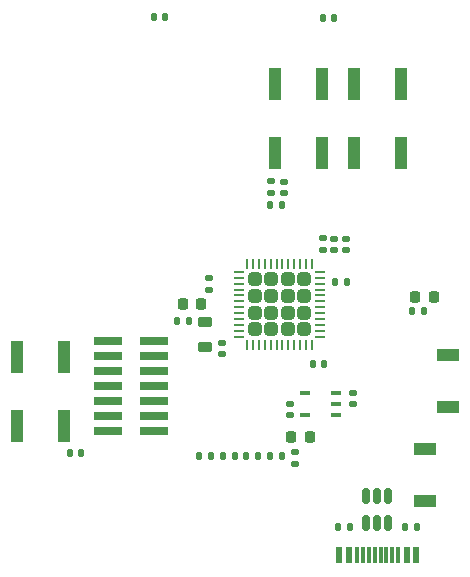
<source format=gbr>
%TF.GenerationSoftware,KiCad,Pcbnew,9.0.0-9.0.0-2~ubuntu22.04.1*%
%TF.CreationDate,2025-03-23T14:57:04+01:00*%
%TF.ProjectId,PCB_Module_Payement,5043425f-4d6f-4647-956c-655f50617965,rev?*%
%TF.SameCoordinates,Original*%
%TF.FileFunction,Paste,Top*%
%TF.FilePolarity,Positive*%
%FSLAX46Y46*%
G04 Gerber Fmt 4.6, Leading zero omitted, Abs format (unit mm)*
G04 Created by KiCad (PCBNEW 9.0.0-9.0.0-2~ubuntu22.04.1) date 2025-03-23 14:57:04*
%MOMM*%
%LPD*%
G01*
G04 APERTURE LIST*
G04 Aperture macros list*
%AMRoundRect*
0 Rectangle with rounded corners*
0 $1 Rounding radius*
0 $2 $3 $4 $5 $6 $7 $8 $9 X,Y pos of 4 corners*
0 Add a 4 corners polygon primitive as box body*
4,1,4,$2,$3,$4,$5,$6,$7,$8,$9,$2,$3,0*
0 Add four circle primitives for the rounded corners*
1,1,$1+$1,$2,$3*
1,1,$1+$1,$4,$5*
1,1,$1+$1,$6,$7*
1,1,$1+$1,$8,$9*
0 Add four rect primitives between the rounded corners*
20,1,$1+$1,$2,$3,$4,$5,0*
20,1,$1+$1,$4,$5,$6,$7,0*
20,1,$1+$1,$6,$7,$8,$9,0*
20,1,$1+$1,$8,$9,$2,$3,0*%
G04 Aperture macros list end*
%ADD10R,1.000000X2.800000*%
%ADD11RoundRect,0.135000X0.135000X0.185000X-0.135000X0.185000X-0.135000X-0.185000X0.135000X-0.185000X0*%
%ADD12RoundRect,0.140000X-0.170000X0.140000X-0.170000X-0.140000X0.170000X-0.140000X0.170000X0.140000X0*%
%ADD13RoundRect,0.218750X0.218750X0.256250X-0.218750X0.256250X-0.218750X-0.256250X0.218750X-0.256250X0*%
%ADD14RoundRect,0.140000X0.170000X-0.140000X0.170000X0.140000X-0.170000X0.140000X-0.170000X-0.140000X0*%
%ADD15RoundRect,0.140000X-0.140000X-0.170000X0.140000X-0.170000X0.140000X0.170000X-0.140000X0.170000X0*%
%ADD16R,0.600000X1.450000*%
%ADD17R,0.300000X1.450000*%
%ADD18R,2.400000X0.740000*%
%ADD19RoundRect,0.135000X-0.135000X-0.185000X0.135000X-0.185000X0.135000X0.185000X-0.135000X0.185000X0*%
%ADD20RoundRect,0.135000X0.185000X-0.135000X0.185000X0.135000X-0.185000X0.135000X-0.185000X-0.135000X0*%
%ADD21RoundRect,0.140000X0.140000X0.170000X-0.140000X0.170000X-0.140000X-0.170000X0.140000X-0.170000X0*%
%ADD22RoundRect,0.135000X-0.185000X0.135000X-0.185000X-0.135000X0.185000X-0.135000X0.185000X0.135000X0*%
%ADD23RoundRect,0.150000X-0.150000X0.512500X-0.150000X-0.512500X0.150000X-0.512500X0.150000X0.512500X0*%
%ADD24RoundRect,0.218750X0.381250X-0.218750X0.381250X0.218750X-0.381250X0.218750X-0.381250X-0.218750X0*%
%ADD25R,1.905000X1.139800*%
%ADD26RoundRect,0.250000X-0.315000X0.315000X-0.315000X-0.315000X0.315000X-0.315000X0.315000X0.315000X0*%
%ADD27RoundRect,0.062500X-0.062500X0.375000X-0.062500X-0.375000X0.062500X-0.375000X0.062500X0.375000X0*%
%ADD28RoundRect,0.062500X-0.375000X0.062500X-0.375000X-0.062500X0.375000X-0.062500X0.375000X0.062500X0*%
%ADD29RoundRect,0.225000X0.225000X0.250000X-0.225000X0.250000X-0.225000X-0.250000X0.225000X-0.250000X0*%
%ADD30R,0.914400X0.431800*%
G04 APERTURE END LIST*
D10*
%TO.C,SW3*%
X137800000Y-114450000D03*
X137800000Y-108650000D03*
X141800000Y-114450000D03*
X141800000Y-108650000D03*
%TD*%
D11*
%TO.C,R17*%
X158210000Y-117000000D03*
X157190000Y-117000000D03*
%TD*%
D10*
%TO.C,SW1*%
X163600000Y-85500000D03*
X163600000Y-91300000D03*
X159600000Y-85500000D03*
X159600000Y-91300000D03*
%TD*%
D12*
%TO.C,C11*%
X155150000Y-107400000D03*
X155150000Y-108360000D03*
%TD*%
D13*
%TO.C,D5*%
X162600000Y-115400000D03*
X161025000Y-115400000D03*
%TD*%
%TO.C,D2*%
X173075000Y-103500000D03*
X171500000Y-103500000D03*
%TD*%
D14*
%TO.C,C12*%
X163700000Y-99530000D03*
X163700000Y-98570000D03*
%TD*%
D12*
%TO.C,C5*%
X160900000Y-112590000D03*
X160900000Y-113550000D03*
%TD*%
D15*
%TO.C,C17*%
X149400000Y-79825000D03*
X150360000Y-79825000D03*
%TD*%
D16*
%TO.C,J8*%
X165070000Y-125350000D03*
X165870000Y-125350000D03*
D17*
X167070000Y-125350000D03*
X168070000Y-125350000D03*
X168570000Y-125350000D03*
X169570000Y-125350000D03*
D16*
X170770000Y-125350000D03*
X171570000Y-125350000D03*
X171570000Y-125350000D03*
X170770000Y-125350000D03*
D17*
X170070000Y-125350000D03*
X169070000Y-125350000D03*
X167570000Y-125350000D03*
X166570000Y-125350000D03*
D16*
X165870000Y-125350000D03*
X165070000Y-125350000D03*
%TD*%
D18*
%TO.C,J9*%
X149400000Y-114910000D03*
X145500000Y-114910000D03*
X149400000Y-113640000D03*
X145500000Y-113640000D03*
X149400000Y-112370000D03*
X145500000Y-112370000D03*
X149400000Y-111100000D03*
X145500000Y-111100000D03*
X149400000Y-109830000D03*
X145500000Y-109830000D03*
X149400000Y-108560000D03*
X145500000Y-108560000D03*
X149400000Y-107290000D03*
X145500000Y-107290000D03*
%TD*%
D14*
%TO.C,C7*%
X164650000Y-99560000D03*
X164650000Y-98600000D03*
%TD*%
%TO.C,C16*%
X160400000Y-94730000D03*
X160400000Y-93770000D03*
%TD*%
D19*
%TO.C,R6*%
X164690000Y-102250000D03*
X165710000Y-102250000D03*
%TD*%
D20*
%TO.C,R20*%
X161300000Y-117710000D03*
X161300000Y-116690000D03*
%TD*%
D11*
%TO.C,R19*%
X160260000Y-117000000D03*
X159240000Y-117000000D03*
%TD*%
D21*
%TO.C,C18*%
X143230000Y-116750000D03*
X142270000Y-116750000D03*
%TD*%
D19*
%TO.C,R14*%
X171250000Y-104750000D03*
X172270000Y-104750000D03*
%TD*%
D11*
%TO.C,R1*%
X154200000Y-117000000D03*
X153180000Y-117000000D03*
%TD*%
D22*
%TO.C,R7*%
X159300000Y-93740000D03*
X159300000Y-94760000D03*
%TD*%
D14*
%TO.C,C6*%
X165650000Y-99560000D03*
X165650000Y-98600000D03*
%TD*%
D21*
%TO.C,C211*%
X152330000Y-105550000D03*
X151370000Y-105550000D03*
%TD*%
D12*
%TO.C,C4*%
X166200000Y-111670000D03*
X166200000Y-112630000D03*
%TD*%
D23*
%TO.C,U6*%
X169230000Y-120407500D03*
X168280000Y-120407500D03*
X167330000Y-120407500D03*
X167330000Y-122682500D03*
X168280000Y-122682500D03*
X169230000Y-122682500D03*
%TD*%
D15*
%TO.C,C10*%
X162860000Y-109230000D03*
X163820000Y-109230000D03*
%TD*%
D11*
%TO.C,R23*%
X156230000Y-117000000D03*
X155210000Y-117000000D03*
%TD*%
D24*
%TO.C,L201*%
X153700000Y-107762500D03*
X153700000Y-105637500D03*
%TD*%
D25*
%TO.C,U1*%
X172350000Y-116366400D03*
X172350000Y-120833600D03*
%TD*%
D11*
%TO.C,R9*%
X160250000Y-95750000D03*
X159230000Y-95750000D03*
%TD*%
D19*
%TO.C,R12*%
X170670000Y-123045000D03*
X171690000Y-123045000D03*
%TD*%
D26*
%TO.C,U2*%
X162120000Y-102050000D03*
X160720000Y-102050000D03*
X159320000Y-102050000D03*
X157920000Y-102050000D03*
X162120000Y-103450000D03*
X160720000Y-103450000D03*
X159320000Y-103450000D03*
X157920000Y-103450000D03*
X162120000Y-104850000D03*
X160720000Y-104850000D03*
X159320000Y-104850000D03*
X157920000Y-104850000D03*
X162120000Y-106250000D03*
X160720000Y-106250000D03*
X159320000Y-106250000D03*
X157920000Y-106250000D03*
D27*
X162770000Y-100712500D03*
X162270000Y-100712500D03*
X161770000Y-100712500D03*
X161270000Y-100712500D03*
X160770000Y-100712500D03*
X160270000Y-100712500D03*
X159770000Y-100712500D03*
X159270000Y-100712500D03*
X158770000Y-100712500D03*
X158270000Y-100712500D03*
X157770000Y-100712500D03*
X157270000Y-100712500D03*
D28*
X156582500Y-101400000D03*
X156582500Y-101900000D03*
X156582500Y-102400000D03*
X156582500Y-102900000D03*
X156582500Y-103400000D03*
X156582500Y-103900000D03*
X156582500Y-104400000D03*
X156582500Y-104900000D03*
X156582500Y-105400000D03*
X156582500Y-105900000D03*
X156582500Y-106400000D03*
X156582500Y-106900000D03*
D27*
X157270000Y-107587500D03*
X157770000Y-107587500D03*
X158270000Y-107587500D03*
X158770000Y-107587500D03*
X159270000Y-107587500D03*
X159770000Y-107587500D03*
X160270000Y-107587500D03*
X160770000Y-107587500D03*
X161270000Y-107587500D03*
X161770000Y-107587500D03*
X162270000Y-107587500D03*
X162770000Y-107587500D03*
D28*
X163457500Y-106900000D03*
X163457500Y-106400000D03*
X163457500Y-105900000D03*
X163457500Y-105400000D03*
X163457500Y-104900000D03*
X163457500Y-104400000D03*
X163457500Y-103900000D03*
X163457500Y-103400000D03*
X163457500Y-102900000D03*
X163457500Y-102400000D03*
X163457500Y-101900000D03*
X163457500Y-101400000D03*
%TD*%
D11*
%TO.C,R11*%
X165990000Y-123045000D03*
X164970000Y-123045000D03*
%TD*%
D10*
%TO.C,SW2*%
X166300000Y-91300000D03*
X166300000Y-85500000D03*
X170300000Y-91300000D03*
X170300000Y-85500000D03*
%TD*%
D25*
%TO.C,U5*%
X174250000Y-112883600D03*
X174250000Y-108416400D03*
%TD*%
D29*
%TO.C,C212*%
X153375000Y-104150000D03*
X151825000Y-104150000D03*
%TD*%
D14*
%TO.C,C14*%
X154080000Y-102900000D03*
X154080000Y-101940000D03*
%TD*%
D30*
%TO.C,U4*%
X164795400Y-113539800D03*
X164795400Y-112600000D03*
X164795400Y-111660200D03*
X162204600Y-111647500D03*
X162204600Y-113552500D03*
%TD*%
D15*
%TO.C,C13*%
X163710000Y-79925000D03*
X164670000Y-79925000D03*
%TD*%
M02*

</source>
